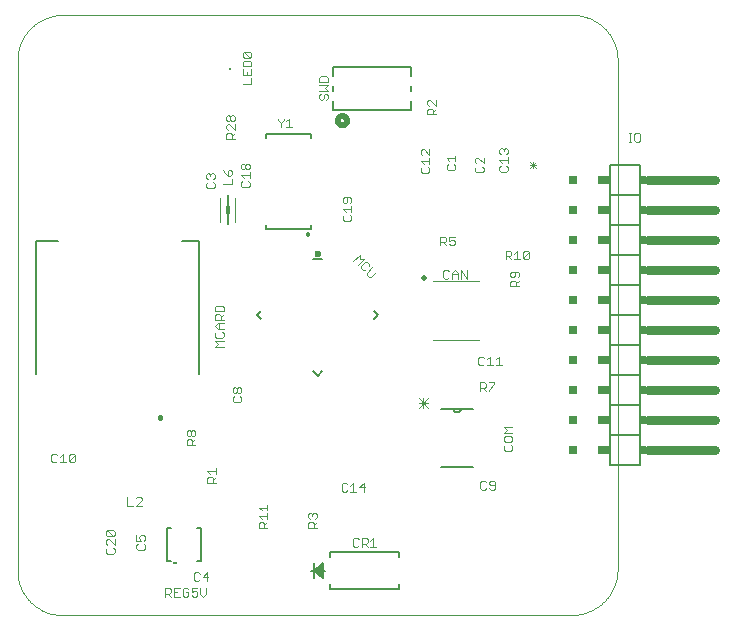
<source format=gto>
G75*
%MOIN*%
%OFA0B0*%
%FSLAX25Y25*%
%IPPOS*%
%LPD*%
%AMOC8*
5,1,8,0,0,1.08239X$1,22.5*
%
%ADD10C,0.00000*%
%ADD11C,0.00300*%
%ADD12C,0.00500*%
%ADD13C,0.00276*%
%ADD14R,0.01181X0.02756*%
%ADD15C,0.00800*%
%ADD16C,0.02362*%
%ADD17R,0.00984X0.00984*%
%ADD18C,0.00600*%
%ADD19C,0.02000*%
%ADD20C,0.00945*%
%ADD21C,0.01969*%
%ADD22C,0.00472*%
%ADD23C,0.03000*%
%ADD24R,0.02000X0.03000*%
%ADD25R,0.04000X0.03000*%
%ADD26R,0.03000X0.03000*%
%ADD27C,0.00200*%
%ADD28C,0.00984*%
D10*
X0015800Y0001300D02*
X0185800Y0001300D01*
X0186169Y0001298D01*
X0186537Y0001306D01*
X0186905Y0001322D01*
X0187273Y0001347D01*
X0187640Y0001381D01*
X0188006Y0001424D01*
X0188371Y0001476D01*
X0188735Y0001536D01*
X0189097Y0001605D01*
X0189457Y0001683D01*
X0189815Y0001770D01*
X0190171Y0001865D01*
X0190525Y0001969D01*
X0190876Y0002082D01*
X0191224Y0002202D01*
X0191569Y0002332D01*
X0191911Y0002469D01*
X0192250Y0002615D01*
X0192585Y0002769D01*
X0192916Y0002931D01*
X0193243Y0003101D01*
X0193566Y0003278D01*
X0193884Y0003464D01*
X0194198Y0003657D01*
X0194507Y0003858D01*
X0194811Y0004066D01*
X0195111Y0004281D01*
X0195404Y0004503D01*
X0195693Y0004733D01*
X0195975Y0004969D01*
X0196252Y0005213D01*
X0196523Y0005463D01*
X0196788Y0005719D01*
X0197047Y0005981D01*
X0197299Y0006250D01*
X0197545Y0006525D01*
X0197783Y0006806D01*
X0198015Y0007092D01*
X0198241Y0007384D01*
X0198458Y0007681D01*
X0198669Y0007984D01*
X0198872Y0008291D01*
X0199068Y0008603D01*
X0199256Y0008920D01*
X0199437Y0009242D01*
X0199610Y0009567D01*
X0199774Y0009897D01*
X0199931Y0010231D01*
X0200080Y0010568D01*
X0200220Y0010909D01*
X0200352Y0011253D01*
X0200476Y0011600D01*
X0200592Y0011950D01*
X0200699Y0012303D01*
X0200797Y0012658D01*
X0200887Y0013015D01*
X0200968Y0013375D01*
X0201040Y0013736D01*
X0201104Y0014099D01*
X0201159Y0014464D01*
X0201205Y0014829D01*
X0201242Y0015196D01*
X0201270Y0015564D01*
X0201289Y0015932D01*
X0201300Y0016300D01*
X0201300Y0186300D01*
X0201296Y0186662D01*
X0201282Y0187025D01*
X0201261Y0187387D01*
X0201230Y0187748D01*
X0201191Y0188108D01*
X0201143Y0188467D01*
X0201086Y0188825D01*
X0201021Y0189182D01*
X0200947Y0189537D01*
X0200864Y0189890D01*
X0200773Y0190241D01*
X0200674Y0190589D01*
X0200566Y0190935D01*
X0200450Y0191279D01*
X0200325Y0191619D01*
X0200193Y0191956D01*
X0200052Y0192290D01*
X0199903Y0192621D01*
X0199746Y0192948D01*
X0199582Y0193271D01*
X0199410Y0193590D01*
X0199230Y0193904D01*
X0199042Y0194215D01*
X0198847Y0194520D01*
X0198645Y0194821D01*
X0198435Y0195117D01*
X0198219Y0195407D01*
X0197995Y0195693D01*
X0197765Y0195973D01*
X0197528Y0196247D01*
X0197284Y0196515D01*
X0197034Y0196778D01*
X0196778Y0197034D01*
X0196515Y0197284D01*
X0196247Y0197528D01*
X0195973Y0197765D01*
X0195693Y0197995D01*
X0195407Y0198219D01*
X0195117Y0198435D01*
X0194821Y0198645D01*
X0194520Y0198847D01*
X0194215Y0199042D01*
X0193904Y0199230D01*
X0193590Y0199410D01*
X0193271Y0199582D01*
X0192948Y0199746D01*
X0192621Y0199903D01*
X0192290Y0200052D01*
X0191956Y0200193D01*
X0191619Y0200325D01*
X0191279Y0200450D01*
X0190935Y0200566D01*
X0190589Y0200674D01*
X0190241Y0200773D01*
X0189890Y0200864D01*
X0189537Y0200947D01*
X0189182Y0201021D01*
X0188825Y0201086D01*
X0188467Y0201143D01*
X0188108Y0201191D01*
X0187748Y0201230D01*
X0187387Y0201261D01*
X0187025Y0201282D01*
X0186662Y0201296D01*
X0186300Y0201300D01*
X0016300Y0201300D01*
X0015938Y0201296D01*
X0015575Y0201282D01*
X0015213Y0201261D01*
X0014852Y0201230D01*
X0014492Y0201191D01*
X0014133Y0201143D01*
X0013775Y0201086D01*
X0013418Y0201021D01*
X0013063Y0200947D01*
X0012710Y0200864D01*
X0012359Y0200773D01*
X0012011Y0200674D01*
X0011665Y0200566D01*
X0011321Y0200450D01*
X0010981Y0200325D01*
X0010644Y0200193D01*
X0010310Y0200052D01*
X0009979Y0199903D01*
X0009652Y0199746D01*
X0009329Y0199582D01*
X0009010Y0199410D01*
X0008696Y0199230D01*
X0008385Y0199042D01*
X0008080Y0198847D01*
X0007779Y0198645D01*
X0007483Y0198435D01*
X0007193Y0198219D01*
X0006907Y0197995D01*
X0006627Y0197765D01*
X0006353Y0197528D01*
X0006085Y0197284D01*
X0005822Y0197034D01*
X0005566Y0196778D01*
X0005316Y0196515D01*
X0005072Y0196247D01*
X0004835Y0195973D01*
X0004605Y0195693D01*
X0004381Y0195407D01*
X0004165Y0195117D01*
X0003955Y0194821D01*
X0003753Y0194520D01*
X0003558Y0194215D01*
X0003370Y0193904D01*
X0003190Y0193590D01*
X0003018Y0193271D01*
X0002854Y0192948D01*
X0002697Y0192621D01*
X0002548Y0192290D01*
X0002407Y0191956D01*
X0002275Y0191619D01*
X0002150Y0191279D01*
X0002034Y0190935D01*
X0001926Y0190589D01*
X0001827Y0190241D01*
X0001736Y0189890D01*
X0001653Y0189537D01*
X0001579Y0189182D01*
X0001514Y0188825D01*
X0001457Y0188467D01*
X0001409Y0188108D01*
X0001370Y0187748D01*
X0001339Y0187387D01*
X0001318Y0187025D01*
X0001304Y0186662D01*
X0001300Y0186300D01*
X0001300Y0016300D01*
X0001298Y0015944D01*
X0001305Y0015587D01*
X0001321Y0015231D01*
X0001345Y0014875D01*
X0001378Y0014520D01*
X0001419Y0014166D01*
X0001469Y0013813D01*
X0001527Y0013461D01*
X0001594Y0013111D01*
X0001669Y0012763D01*
X0001753Y0012416D01*
X0001845Y0012072D01*
X0001945Y0011730D01*
X0002053Y0011390D01*
X0002170Y0011053D01*
X0002295Y0010719D01*
X0002428Y0010389D01*
X0002568Y0010061D01*
X0002717Y0009737D01*
X0002873Y0009417D01*
X0003038Y0009100D01*
X0003209Y0008788D01*
X0003389Y0008480D01*
X0003575Y0008176D01*
X0003769Y0007877D01*
X0003970Y0007582D01*
X0004178Y0007293D01*
X0004393Y0007009D01*
X0004615Y0006730D01*
X0004844Y0006456D01*
X0005079Y0006188D01*
X0005320Y0005926D01*
X0005568Y0005670D01*
X0005822Y0005419D01*
X0006082Y0005175D01*
X0006348Y0004938D01*
X0006619Y0004706D01*
X0006896Y0004482D01*
X0007178Y0004264D01*
X0007465Y0004053D01*
X0007758Y0003849D01*
X0008055Y0003652D01*
X0008357Y0003463D01*
X0008663Y0003281D01*
X0008974Y0003106D01*
X0009289Y0002939D01*
X0009608Y0002779D01*
X0009930Y0002627D01*
X0010256Y0002483D01*
X0010586Y0002347D01*
X0010919Y0002219D01*
X0011254Y0002099D01*
X0011593Y0001987D01*
X0011934Y0001884D01*
X0012277Y0001789D01*
X0012623Y0001702D01*
X0012971Y0001623D01*
X0013320Y0001553D01*
X0013671Y0001491D01*
X0014024Y0001438D01*
X0014378Y0001393D01*
X0014732Y0001357D01*
X0015088Y0001329D01*
X0015444Y0001310D01*
X0015800Y0001300D01*
D11*
X0031231Y0021710D02*
X0033166Y0021710D01*
X0033650Y0022194D01*
X0033650Y0023162D01*
X0033166Y0023645D01*
X0033650Y0024657D02*
X0031715Y0026592D01*
X0031231Y0026592D01*
X0030748Y0026108D01*
X0030748Y0025141D01*
X0031231Y0024657D01*
X0031231Y0023645D02*
X0030748Y0023162D01*
X0030748Y0022194D01*
X0031231Y0021710D01*
X0033650Y0024657D02*
X0033650Y0026592D01*
X0033166Y0027603D02*
X0031231Y0029538D01*
X0033166Y0029538D01*
X0033650Y0029055D01*
X0033650Y0028087D01*
X0033166Y0027603D01*
X0031231Y0027603D01*
X0030748Y0028087D01*
X0030748Y0029055D01*
X0031231Y0029538D01*
X0040898Y0027938D02*
X0040898Y0026003D01*
X0042349Y0026003D01*
X0041865Y0026971D01*
X0041865Y0027455D01*
X0042349Y0027938D01*
X0043316Y0027938D01*
X0043800Y0027455D01*
X0043800Y0026487D01*
X0043316Y0026003D01*
X0043316Y0024992D02*
X0043800Y0024508D01*
X0043800Y0023541D01*
X0043316Y0023057D01*
X0041381Y0023057D01*
X0040898Y0023541D01*
X0040898Y0024508D01*
X0041381Y0024992D01*
X0040697Y0037750D02*
X0042631Y0039685D01*
X0042631Y0040169D01*
X0042148Y0040652D01*
X0041180Y0040652D01*
X0040697Y0040169D01*
X0040697Y0037750D02*
X0042631Y0037750D01*
X0039685Y0037750D02*
X0037750Y0037750D01*
X0037750Y0040652D01*
X0020438Y0052634D02*
X0019955Y0052150D01*
X0018987Y0052150D01*
X0018503Y0052634D01*
X0020438Y0054569D01*
X0020438Y0052634D01*
X0018503Y0052634D02*
X0018503Y0054569D01*
X0018987Y0055052D01*
X0019955Y0055052D01*
X0020438Y0054569D01*
X0017492Y0052150D02*
X0015557Y0052150D01*
X0016524Y0052150D02*
X0016524Y0055052D01*
X0015557Y0054085D01*
X0014545Y0054569D02*
X0014062Y0055052D01*
X0013094Y0055052D01*
X0012610Y0054569D01*
X0012610Y0052634D01*
X0013094Y0052150D01*
X0014062Y0052150D01*
X0014545Y0052634D01*
X0057648Y0057957D02*
X0057648Y0059408D01*
X0058131Y0059892D01*
X0059099Y0059892D01*
X0059583Y0059408D01*
X0059583Y0057957D01*
X0060550Y0057957D02*
X0057648Y0057957D01*
X0059583Y0058924D02*
X0060550Y0059892D01*
X0060066Y0060903D02*
X0059583Y0060903D01*
X0059099Y0061387D01*
X0059099Y0062355D01*
X0059583Y0062838D01*
X0060066Y0062838D01*
X0060550Y0062355D01*
X0060550Y0061387D01*
X0060066Y0060903D01*
X0059099Y0061387D02*
X0058615Y0060903D01*
X0058131Y0060903D01*
X0057648Y0061387D01*
X0057648Y0062355D01*
X0058131Y0062838D01*
X0058615Y0062838D01*
X0059099Y0062355D01*
X0072948Y0072734D02*
X0073431Y0072250D01*
X0075366Y0072250D01*
X0075850Y0072734D01*
X0075850Y0073701D01*
X0075366Y0074185D01*
X0075366Y0075197D02*
X0074883Y0075197D01*
X0074399Y0075680D01*
X0074399Y0076648D01*
X0074883Y0077131D01*
X0075366Y0077131D01*
X0075850Y0076648D01*
X0075850Y0075680D01*
X0075366Y0075197D01*
X0074399Y0075680D02*
X0073915Y0075197D01*
X0073431Y0075197D01*
X0072948Y0075680D01*
X0072948Y0076648D01*
X0073431Y0077131D01*
X0073915Y0077131D01*
X0074399Y0076648D01*
X0073431Y0074185D02*
X0072948Y0073701D01*
X0072948Y0072734D01*
X0069974Y0090733D02*
X0067071Y0090733D01*
X0068039Y0091701D01*
X0067071Y0092668D01*
X0069974Y0092668D01*
X0069490Y0093680D02*
X0067555Y0093680D01*
X0067071Y0094164D01*
X0067071Y0095131D01*
X0067555Y0095615D01*
X0068039Y0096626D02*
X0067071Y0097594D01*
X0068039Y0098561D01*
X0069974Y0098561D01*
X0069974Y0099573D02*
X0067071Y0099573D01*
X0067071Y0101024D01*
X0067555Y0101508D01*
X0068523Y0101508D01*
X0069006Y0101024D01*
X0069006Y0099573D01*
X0069006Y0100540D02*
X0069974Y0101508D01*
X0069974Y0102519D02*
X0069974Y0103971D01*
X0069490Y0104454D01*
X0067555Y0104454D01*
X0067071Y0103971D01*
X0067071Y0102519D01*
X0069974Y0102519D01*
X0068523Y0098561D02*
X0068523Y0096626D01*
X0068039Y0096626D02*
X0069974Y0096626D01*
X0069490Y0095615D02*
X0069974Y0095131D01*
X0069974Y0094164D01*
X0069490Y0093680D01*
X0113261Y0119256D02*
X0115314Y0121309D01*
X0115314Y0119941D01*
X0116682Y0119941D01*
X0114629Y0117888D01*
X0115687Y0117515D02*
X0115687Y0116831D01*
X0116371Y0116147D01*
X0117055Y0116147D01*
X0117770Y0115431D02*
X0117770Y0114747D01*
X0118454Y0114063D01*
X0119139Y0114063D01*
X0120849Y0115774D01*
X0119481Y0117142D02*
X0117770Y0115431D01*
X0118423Y0117515D02*
X0118423Y0118199D01*
X0117739Y0118883D01*
X0117055Y0118883D01*
X0115687Y0117515D01*
X0112066Y0132750D02*
X0110131Y0132750D01*
X0109648Y0133234D01*
X0109648Y0134201D01*
X0110131Y0134685D01*
X0110615Y0135697D02*
X0109648Y0136664D01*
X0112550Y0136664D01*
X0112550Y0135697D02*
X0112550Y0137631D01*
X0112066Y0138643D02*
X0112550Y0139127D01*
X0112550Y0140094D01*
X0112066Y0140578D01*
X0110131Y0140578D01*
X0109648Y0140094D01*
X0109648Y0139127D01*
X0110131Y0138643D01*
X0110615Y0138643D01*
X0111099Y0139127D01*
X0111099Y0140578D01*
X0112066Y0134685D02*
X0112550Y0134201D01*
X0112550Y0133234D01*
X0112066Y0132750D01*
X0135648Y0149234D02*
X0136131Y0148750D01*
X0138066Y0148750D01*
X0138550Y0149234D01*
X0138550Y0150201D01*
X0138066Y0150685D01*
X0138550Y0151697D02*
X0138550Y0153631D01*
X0138550Y0152664D02*
X0135648Y0152664D01*
X0136615Y0151697D01*
X0136131Y0150685D02*
X0135648Y0150201D01*
X0135648Y0149234D01*
X0136131Y0154643D02*
X0135648Y0155127D01*
X0135648Y0156094D01*
X0136131Y0156578D01*
X0136615Y0156578D01*
X0138550Y0154643D01*
X0138550Y0156578D01*
X0144298Y0153464D02*
X0147200Y0153464D01*
X0147200Y0152497D02*
X0147200Y0154431D01*
X0145265Y0152497D02*
X0144298Y0153464D01*
X0144781Y0151485D02*
X0144298Y0151001D01*
X0144298Y0150034D01*
X0144781Y0149550D01*
X0146716Y0149550D01*
X0147200Y0150034D01*
X0147200Y0151001D01*
X0146716Y0151485D01*
X0153748Y0152280D02*
X0154231Y0151797D01*
X0153748Y0152280D02*
X0153748Y0153248D01*
X0154231Y0153731D01*
X0154715Y0153731D01*
X0156650Y0151797D01*
X0156650Y0153731D01*
X0156166Y0150785D02*
X0156650Y0150301D01*
X0156650Y0149334D01*
X0156166Y0148850D01*
X0154231Y0148850D01*
X0153748Y0149334D01*
X0153748Y0150301D01*
X0154231Y0150785D01*
X0161848Y0150501D02*
X0161848Y0149534D01*
X0162331Y0149050D01*
X0164266Y0149050D01*
X0164750Y0149534D01*
X0164750Y0150501D01*
X0164266Y0150985D01*
X0164750Y0151997D02*
X0164750Y0153931D01*
X0164750Y0152964D02*
X0161848Y0152964D01*
X0162815Y0151997D01*
X0162331Y0150985D02*
X0161848Y0150501D01*
X0162331Y0154943D02*
X0161848Y0155427D01*
X0161848Y0156394D01*
X0162331Y0156878D01*
X0162815Y0156878D01*
X0163299Y0156394D01*
X0163783Y0156878D01*
X0164266Y0156878D01*
X0164750Y0156394D01*
X0164750Y0155427D01*
X0164266Y0154943D01*
X0163299Y0155911D02*
X0163299Y0156394D01*
X0172250Y0152169D02*
X0174185Y0150234D01*
X0174185Y0151201D02*
X0172250Y0151201D01*
X0172250Y0150234D02*
X0174185Y0152169D01*
X0173217Y0152169D02*
X0173217Y0150234D01*
X0147088Y0127402D02*
X0145153Y0127402D01*
X0145153Y0125951D01*
X0146121Y0126435D01*
X0146605Y0126435D01*
X0147088Y0125951D01*
X0147088Y0124984D01*
X0146605Y0124500D01*
X0145637Y0124500D01*
X0145153Y0124984D01*
X0144142Y0124500D02*
X0143174Y0125467D01*
X0143658Y0125467D02*
X0142207Y0125467D01*
X0142207Y0124500D02*
X0142207Y0127402D01*
X0143658Y0127402D01*
X0144142Y0126919D01*
X0144142Y0125951D01*
X0143658Y0125467D01*
X0143614Y0116301D02*
X0143130Y0115817D01*
X0143130Y0113882D01*
X0143614Y0113398D01*
X0144581Y0113398D01*
X0145065Y0113882D01*
X0146077Y0113398D02*
X0146077Y0115333D01*
X0147044Y0116301D01*
X0148012Y0115333D01*
X0148012Y0113398D01*
X0149023Y0113398D02*
X0149023Y0116301D01*
X0150958Y0113398D01*
X0150958Y0116301D01*
X0148012Y0114849D02*
X0146077Y0114849D01*
X0145065Y0115817D02*
X0144581Y0116301D01*
X0143614Y0116301D01*
X0163950Y0119850D02*
X0163950Y0122752D01*
X0165401Y0122752D01*
X0165885Y0122269D01*
X0165885Y0121301D01*
X0165401Y0120817D01*
X0163950Y0120817D01*
X0164917Y0120817D02*
X0165885Y0119850D01*
X0166897Y0119850D02*
X0168831Y0119850D01*
X0167864Y0119850D02*
X0167864Y0122752D01*
X0166897Y0121785D01*
X0169843Y0122269D02*
X0169843Y0120334D01*
X0171778Y0122269D01*
X0171778Y0120334D01*
X0171294Y0119850D01*
X0170327Y0119850D01*
X0169843Y0120334D01*
X0169843Y0122269D02*
X0170327Y0122752D01*
X0171294Y0122752D01*
X0171778Y0122269D01*
X0167966Y0115731D02*
X0166031Y0115731D01*
X0165548Y0115248D01*
X0165548Y0114280D01*
X0166031Y0113797D01*
X0166515Y0113797D01*
X0166999Y0114280D01*
X0166999Y0115731D01*
X0167966Y0115731D02*
X0168450Y0115248D01*
X0168450Y0114280D01*
X0167966Y0113797D01*
X0168450Y0112785D02*
X0167483Y0111817D01*
X0167483Y0112301D02*
X0167483Y0110850D01*
X0168450Y0110850D02*
X0165548Y0110850D01*
X0165548Y0112301D01*
X0166031Y0112785D01*
X0166999Y0112785D01*
X0167483Y0112301D01*
X0161711Y0087452D02*
X0161711Y0084550D01*
X0162678Y0084550D02*
X0160743Y0084550D01*
X0159731Y0084550D02*
X0157797Y0084550D01*
X0158764Y0084550D02*
X0158764Y0087452D01*
X0157797Y0086485D01*
X0156785Y0086969D02*
X0156301Y0087452D01*
X0155334Y0087452D01*
X0154850Y0086969D01*
X0154850Y0085034D01*
X0155334Y0084550D01*
X0156301Y0084550D01*
X0156785Y0085034D01*
X0160743Y0086485D02*
X0161711Y0087452D01*
X0160231Y0078852D02*
X0158297Y0078852D01*
X0157285Y0078369D02*
X0157285Y0077401D01*
X0156801Y0076917D01*
X0155350Y0076917D01*
X0155350Y0075950D02*
X0155350Y0078852D01*
X0156801Y0078852D01*
X0157285Y0078369D01*
X0156317Y0076917D02*
X0157285Y0075950D01*
X0158297Y0075950D02*
X0158297Y0076434D01*
X0160231Y0078369D01*
X0160231Y0078852D01*
X0163348Y0063878D02*
X0166250Y0063878D01*
X0166250Y0061943D02*
X0163348Y0061943D01*
X0164315Y0062911D01*
X0163348Y0063878D01*
X0163831Y0060931D02*
X0163348Y0060448D01*
X0163348Y0059480D01*
X0163831Y0058997D01*
X0165766Y0058997D01*
X0166250Y0059480D01*
X0166250Y0060448D01*
X0165766Y0060931D01*
X0163831Y0060931D01*
X0163831Y0057985D02*
X0163348Y0057501D01*
X0163348Y0056534D01*
X0163831Y0056050D01*
X0165766Y0056050D01*
X0166250Y0056534D01*
X0166250Y0057501D01*
X0165766Y0057985D01*
X0159948Y0045952D02*
X0158980Y0045952D01*
X0158497Y0045469D01*
X0158497Y0044985D01*
X0158980Y0044501D01*
X0160431Y0044501D01*
X0160431Y0043534D02*
X0160431Y0045469D01*
X0159948Y0045952D01*
X0160431Y0043534D02*
X0159948Y0043050D01*
X0158980Y0043050D01*
X0158497Y0043534D01*
X0157485Y0043534D02*
X0157001Y0043050D01*
X0156034Y0043050D01*
X0155550Y0043534D01*
X0155550Y0045469D01*
X0156034Y0045952D01*
X0157001Y0045952D01*
X0157485Y0045469D01*
X0138086Y0070434D02*
X0134950Y0073570D01*
X0136518Y0073570D02*
X0136518Y0070434D01*
X0134950Y0070434D02*
X0138086Y0073570D01*
X0138086Y0072002D02*
X0134950Y0072002D01*
X0116655Y0045352D02*
X0115203Y0043901D01*
X0117138Y0043901D01*
X0116655Y0042450D02*
X0116655Y0045352D01*
X0113224Y0045352D02*
X0113224Y0042450D01*
X0112257Y0042450D02*
X0114192Y0042450D01*
X0112257Y0044385D02*
X0113224Y0045352D01*
X0111245Y0044869D02*
X0110762Y0045352D01*
X0109794Y0045352D01*
X0109310Y0044869D01*
X0109310Y0042934D01*
X0109794Y0042450D01*
X0110762Y0042450D01*
X0111245Y0042934D01*
X0101050Y0034855D02*
X0101050Y0033887D01*
X0100566Y0033403D01*
X0101050Y0032392D02*
X0100083Y0031424D01*
X0100083Y0031908D02*
X0100083Y0030457D01*
X0101050Y0030457D02*
X0098148Y0030457D01*
X0098148Y0031908D01*
X0098631Y0032392D01*
X0099599Y0032392D01*
X0100083Y0031908D01*
X0098631Y0033403D02*
X0098148Y0033887D01*
X0098148Y0034855D01*
X0098631Y0035338D01*
X0099115Y0035338D01*
X0099599Y0034855D01*
X0100083Y0035338D01*
X0100566Y0035338D01*
X0101050Y0034855D01*
X0099599Y0034855D02*
X0099599Y0034371D01*
X0084550Y0034164D02*
X0081648Y0034164D01*
X0082615Y0033197D01*
X0082131Y0032185D02*
X0083099Y0032185D01*
X0083583Y0031701D01*
X0083583Y0030250D01*
X0084550Y0030250D02*
X0081648Y0030250D01*
X0081648Y0031701D01*
X0082131Y0032185D01*
X0083583Y0031217D02*
X0084550Y0032185D01*
X0084550Y0033197D02*
X0084550Y0035131D01*
X0084550Y0036143D02*
X0084550Y0038078D01*
X0084550Y0037111D02*
X0081648Y0037111D01*
X0082615Y0036143D01*
X0067450Y0045450D02*
X0064548Y0045450D01*
X0064548Y0046901D01*
X0065031Y0047385D01*
X0065999Y0047385D01*
X0066483Y0046901D01*
X0066483Y0045450D01*
X0066483Y0046417D02*
X0067450Y0047385D01*
X0067450Y0048397D02*
X0067450Y0050331D01*
X0067450Y0049364D02*
X0064548Y0049364D01*
X0065515Y0048397D01*
X0064455Y0015552D02*
X0063003Y0014101D01*
X0064938Y0014101D01*
X0064455Y0012650D02*
X0064455Y0015552D01*
X0061992Y0015069D02*
X0061508Y0015552D01*
X0060541Y0015552D01*
X0060057Y0015069D01*
X0060057Y0013134D01*
X0060541Y0012650D01*
X0061508Y0012650D01*
X0061992Y0013134D01*
X0062236Y0010302D02*
X0062236Y0008367D01*
X0063204Y0007400D01*
X0064171Y0008367D01*
X0064171Y0010302D01*
X0061225Y0010302D02*
X0059290Y0010302D01*
X0059290Y0008851D01*
X0060257Y0009335D01*
X0060741Y0009335D01*
X0061225Y0008851D01*
X0061225Y0007884D01*
X0060741Y0007400D01*
X0059773Y0007400D01*
X0059290Y0007884D01*
X0058278Y0007884D02*
X0058278Y0008851D01*
X0057311Y0008851D01*
X0058278Y0007884D02*
X0057794Y0007400D01*
X0056827Y0007400D01*
X0056343Y0007884D01*
X0056343Y0009819D01*
X0056827Y0010302D01*
X0057794Y0010302D01*
X0058278Y0009819D01*
X0055331Y0010302D02*
X0053397Y0010302D01*
X0053397Y0007400D01*
X0055331Y0007400D01*
X0054364Y0008851D02*
X0053397Y0008851D01*
X0052385Y0008851D02*
X0051901Y0008367D01*
X0050450Y0008367D01*
X0050450Y0007400D02*
X0050450Y0010302D01*
X0051901Y0010302D01*
X0052385Y0009819D01*
X0052385Y0008851D01*
X0051417Y0008367D02*
X0052385Y0007400D01*
X0064631Y0143607D02*
X0066566Y0143607D01*
X0067050Y0144091D01*
X0067050Y0145058D01*
X0066566Y0145542D01*
X0066566Y0146553D02*
X0067050Y0147037D01*
X0067050Y0148005D01*
X0066566Y0148488D01*
X0066083Y0148488D01*
X0065599Y0148005D01*
X0065599Y0147521D01*
X0065599Y0148005D02*
X0065115Y0148488D01*
X0064631Y0148488D01*
X0064148Y0148005D01*
X0064148Y0147037D01*
X0064631Y0146553D01*
X0064631Y0145542D02*
X0064148Y0145058D01*
X0064148Y0144091D01*
X0064631Y0143607D01*
X0069848Y0144807D02*
X0072750Y0144807D01*
X0072750Y0146742D01*
X0072266Y0147753D02*
X0072750Y0148237D01*
X0072750Y0149205D01*
X0072266Y0149688D01*
X0071783Y0149688D01*
X0071299Y0149205D01*
X0071299Y0147753D01*
X0072266Y0147753D01*
X0071299Y0147753D02*
X0070331Y0148721D01*
X0069848Y0149688D01*
X0075748Y0150327D02*
X0076231Y0149843D01*
X0076715Y0149843D01*
X0077199Y0150327D01*
X0077199Y0151294D01*
X0077683Y0151778D01*
X0078166Y0151778D01*
X0078650Y0151294D01*
X0078650Y0150327D01*
X0078166Y0149843D01*
X0077683Y0149843D01*
X0077199Y0150327D01*
X0077199Y0151294D02*
X0076715Y0151778D01*
X0076231Y0151778D01*
X0075748Y0151294D01*
X0075748Y0150327D01*
X0078650Y0148831D02*
X0078650Y0146897D01*
X0078650Y0147864D02*
X0075748Y0147864D01*
X0076715Y0146897D01*
X0076231Y0145885D02*
X0075748Y0145401D01*
X0075748Y0144434D01*
X0076231Y0143950D01*
X0078166Y0143950D01*
X0078650Y0144434D01*
X0078650Y0145401D01*
X0078166Y0145885D01*
X0073700Y0160050D02*
X0070798Y0160050D01*
X0070798Y0161501D01*
X0071281Y0161985D01*
X0072249Y0161985D01*
X0072733Y0161501D01*
X0072733Y0160050D01*
X0072733Y0161017D02*
X0073700Y0161985D01*
X0073700Y0162997D02*
X0071765Y0164931D01*
X0071281Y0164931D01*
X0070798Y0164448D01*
X0070798Y0163480D01*
X0071281Y0162997D01*
X0073700Y0162997D02*
X0073700Y0164931D01*
X0073216Y0165943D02*
X0073700Y0166427D01*
X0073700Y0167394D01*
X0073216Y0167878D01*
X0072733Y0167878D01*
X0072249Y0167394D01*
X0072249Y0166427D01*
X0071765Y0165943D01*
X0071281Y0165943D01*
X0070798Y0166427D01*
X0070798Y0167394D01*
X0071281Y0167878D01*
X0071765Y0167878D01*
X0072249Y0167394D01*
X0072249Y0166427D02*
X0072733Y0165943D01*
X0073216Y0165943D01*
X0076298Y0178264D02*
X0079200Y0178264D01*
X0079200Y0180199D01*
X0079200Y0181210D02*
X0076298Y0181210D01*
X0076298Y0183145D01*
X0076298Y0184157D02*
X0076298Y0185608D01*
X0076781Y0186092D01*
X0078716Y0186092D01*
X0079200Y0185608D01*
X0079200Y0184157D01*
X0076298Y0184157D01*
X0077749Y0182178D02*
X0077749Y0181210D01*
X0079200Y0181210D02*
X0079200Y0183145D01*
X0078716Y0187103D02*
X0076781Y0187103D01*
X0076298Y0187587D01*
X0076298Y0188555D01*
X0076781Y0189038D01*
X0078716Y0187103D01*
X0079200Y0187587D01*
X0079200Y0188555D01*
X0078716Y0189038D01*
X0076781Y0189038D01*
X0101848Y0180394D02*
X0101848Y0178943D01*
X0104750Y0178943D01*
X0104750Y0180394D01*
X0104266Y0180878D01*
X0102331Y0180878D01*
X0101848Y0180394D01*
X0101848Y0177931D02*
X0104750Y0177931D01*
X0103783Y0176964D01*
X0104750Y0175997D01*
X0101848Y0175997D01*
X0102331Y0174985D02*
X0101848Y0174501D01*
X0101848Y0173534D01*
X0102331Y0173050D01*
X0102815Y0173050D01*
X0103299Y0173534D01*
X0103299Y0174501D01*
X0103783Y0174985D01*
X0104266Y0174985D01*
X0104750Y0174501D01*
X0104750Y0173534D01*
X0104266Y0173050D01*
X0137848Y0172548D02*
X0137848Y0171580D01*
X0138331Y0171097D01*
X0138331Y0170085D02*
X0139299Y0170085D01*
X0139783Y0169601D01*
X0139783Y0168150D01*
X0140750Y0168150D02*
X0137848Y0168150D01*
X0137848Y0169601D01*
X0138331Y0170085D01*
X0139783Y0169117D02*
X0140750Y0170085D01*
X0140750Y0171097D02*
X0138815Y0173031D01*
X0138331Y0173031D01*
X0137848Y0172548D01*
X0140750Y0173031D02*
X0140750Y0171097D01*
X0204950Y0161952D02*
X0205917Y0161952D01*
X0205434Y0161952D02*
X0205434Y0159050D01*
X0205917Y0159050D02*
X0204950Y0159050D01*
X0206914Y0159534D02*
X0206914Y0161469D01*
X0207398Y0161952D01*
X0208366Y0161952D01*
X0208849Y0161469D01*
X0208849Y0159534D01*
X0208366Y0159050D01*
X0207398Y0159050D01*
X0206914Y0159534D01*
D12*
X0099080Y0160186D02*
X0099080Y0161469D01*
X0099041Y0161469D01*
X0099080Y0161548D02*
X0084120Y0161548D01*
X0084120Y0161430D02*
X0084120Y0160186D01*
X0071350Y0141368D02*
X0071350Y0131526D01*
X0061753Y0126056D02*
X0056241Y0126056D01*
X0061753Y0126056D02*
X0061753Y0081765D01*
X0014800Y0126056D02*
X0007422Y0126056D01*
X0007422Y0081765D01*
X0084120Y0130052D02*
X0099080Y0130052D01*
X0099080Y0130091D02*
X0099080Y0131414D01*
X0084120Y0131414D02*
X0084120Y0130091D01*
D13*
X0073811Y0132313D02*
X0073811Y0140187D01*
X0068889Y0140187D02*
X0068889Y0132313D01*
D14*
X0071350Y0136250D03*
D15*
X0099908Y0120102D02*
X0102692Y0120102D01*
X0120102Y0102692D02*
X0121494Y0101300D01*
X0120102Y0099908D01*
X0102692Y0082498D02*
X0101300Y0081106D01*
X0099908Y0082498D01*
X0082498Y0099908D02*
X0081106Y0101300D01*
X0082498Y0102692D01*
D16*
X0101300Y0121750D03*
D17*
X0072250Y0183308D03*
D18*
X0106600Y0184100D02*
X0106600Y0181100D01*
X0106600Y0184100D02*
X0132600Y0184100D01*
X0132600Y0181100D01*
X0132600Y0177500D02*
X0132600Y0176100D01*
X0132600Y0172500D02*
X0132600Y0169600D01*
X0106600Y0169600D01*
X0106600Y0172500D01*
X0106600Y0176100D02*
X0106600Y0177500D01*
X0198800Y0151300D02*
X0198800Y0141300D01*
X0198800Y0131300D01*
X0198800Y0121300D01*
X0198800Y0111300D01*
X0198800Y0101300D01*
X0198800Y0091300D01*
X0198800Y0081300D01*
X0198800Y0071300D01*
X0198800Y0061300D01*
X0198800Y0051300D01*
X0208800Y0051300D01*
X0208800Y0061300D01*
X0208800Y0071300D01*
X0208800Y0081300D01*
X0208800Y0091300D01*
X0208800Y0101300D01*
X0208800Y0111300D01*
X0208800Y0121300D01*
X0208800Y0131300D01*
X0208800Y0141300D01*
X0208800Y0151300D01*
X0198800Y0151300D01*
X0198800Y0141300D02*
X0208800Y0141300D01*
X0208800Y0131300D02*
X0198800Y0131300D01*
X0198800Y0121300D02*
X0208800Y0121300D01*
X0208800Y0111300D02*
X0198800Y0111300D01*
X0198800Y0101300D02*
X0208800Y0101300D01*
X0208800Y0091300D02*
X0198800Y0091300D01*
X0198800Y0081300D02*
X0208800Y0081300D01*
X0208800Y0071300D02*
X0198800Y0071300D01*
X0198800Y0061300D02*
X0208800Y0061300D01*
X0153200Y0070100D02*
X0146600Y0070100D01*
X0142400Y0070100D01*
X0146600Y0070100D02*
X0146605Y0070032D01*
X0146614Y0069964D01*
X0146626Y0069896D01*
X0146643Y0069830D01*
X0146663Y0069764D01*
X0146687Y0069700D01*
X0146714Y0069637D01*
X0146745Y0069576D01*
X0146780Y0069516D01*
X0146818Y0069459D01*
X0146859Y0069404D01*
X0146903Y0069352D01*
X0146950Y0069302D01*
X0147000Y0069255D01*
X0147052Y0069210D01*
X0147107Y0069169D01*
X0147164Y0069131D01*
X0147223Y0069097D01*
X0147284Y0069065D01*
X0147347Y0069038D01*
X0147411Y0069014D01*
X0147477Y0068993D01*
X0147543Y0068977D01*
X0147611Y0068964D01*
X0147679Y0068955D01*
X0147747Y0068950D01*
X0147816Y0068949D01*
X0147884Y0068952D01*
X0147953Y0068959D01*
X0148020Y0068969D01*
X0148087Y0068984D01*
X0148153Y0069002D01*
X0148218Y0069024D01*
X0148282Y0069050D01*
X0148344Y0069079D01*
X0148404Y0069112D01*
X0148462Y0069148D01*
X0148519Y0069188D01*
X0148572Y0069230D01*
X0148624Y0069276D01*
X0148672Y0069324D01*
X0148718Y0069375D01*
X0148761Y0069429D01*
X0148800Y0069485D01*
X0148837Y0069543D01*
X0148869Y0069603D01*
X0148899Y0069665D01*
X0148925Y0069729D01*
X0148947Y0069794D01*
X0148965Y0069860D01*
X0148980Y0069927D01*
X0148991Y0069995D01*
X0148998Y0070063D01*
X0149001Y0070131D01*
X0149000Y0070200D01*
X0153200Y0050500D02*
X0142400Y0050500D01*
X0128500Y0022300D02*
X0128500Y0020600D01*
X0128500Y0022300D02*
X0105500Y0022300D01*
X0105500Y0020600D01*
X0103000Y0018600D02*
X0103000Y0013600D01*
X0100000Y0016100D01*
X0103000Y0015600D01*
X0103000Y0015100D02*
X0100000Y0016100D01*
X0103000Y0014600D01*
X0103000Y0014100D02*
X0100000Y0016100D01*
X0103000Y0016600D01*
X0103000Y0017100D02*
X0100000Y0016100D01*
X0103000Y0017600D01*
X0103000Y0018100D02*
X0100000Y0016100D01*
X0103000Y0018600D01*
X0100000Y0018600D02*
X0100000Y0016100D01*
X0100000Y0013600D01*
X0100000Y0016100D02*
X0099000Y0016100D01*
X0100000Y0016100D02*
X0103700Y0016100D01*
X0105500Y0011600D02*
X0105500Y0009900D01*
X0128500Y0009900D01*
X0128500Y0011600D01*
X0062300Y0019250D02*
X0061100Y0019250D01*
X0062300Y0019250D02*
X0062300Y0030450D01*
X0061100Y0030450D01*
X0052300Y0030450D02*
X0051100Y0030450D01*
X0051100Y0019250D01*
X0052300Y0019250D01*
X0053500Y0018850D02*
X0053494Y0018820D01*
X0053492Y0018789D01*
X0053494Y0018757D01*
X0053499Y0018727D01*
X0053509Y0018697D01*
X0053521Y0018668D01*
X0053537Y0018642D01*
X0053557Y0018617D01*
X0053579Y0018595D01*
X0053603Y0018576D01*
X0053630Y0018560D01*
X0053658Y0018547D01*
X0053688Y0018538D01*
X0053719Y0018532D01*
X0053750Y0018530D01*
X0053781Y0018532D01*
X0053812Y0018538D01*
X0053842Y0018547D01*
X0053870Y0018560D01*
X0053897Y0018576D01*
X0053921Y0018595D01*
X0053943Y0018617D01*
X0053963Y0018642D01*
X0053979Y0018668D01*
X0053991Y0018697D01*
X0054001Y0018727D01*
X0054006Y0018757D01*
X0054008Y0018789D01*
X0054006Y0018820D01*
X0054000Y0018850D01*
D19*
X0108100Y0166100D02*
X0108102Y0166176D01*
X0108108Y0166252D01*
X0108117Y0166327D01*
X0108131Y0166402D01*
X0108148Y0166476D01*
X0108169Y0166549D01*
X0108193Y0166621D01*
X0108222Y0166692D01*
X0108253Y0166761D01*
X0108288Y0166828D01*
X0108327Y0166893D01*
X0108369Y0166957D01*
X0108414Y0167018D01*
X0108462Y0167077D01*
X0108513Y0167133D01*
X0108567Y0167187D01*
X0108623Y0167238D01*
X0108682Y0167286D01*
X0108743Y0167331D01*
X0108807Y0167373D01*
X0108872Y0167412D01*
X0108939Y0167447D01*
X0109008Y0167478D01*
X0109079Y0167507D01*
X0109151Y0167531D01*
X0109224Y0167552D01*
X0109298Y0167569D01*
X0109373Y0167583D01*
X0109448Y0167592D01*
X0109524Y0167598D01*
X0109600Y0167600D01*
X0109676Y0167598D01*
X0109752Y0167592D01*
X0109827Y0167583D01*
X0109902Y0167569D01*
X0109976Y0167552D01*
X0110049Y0167531D01*
X0110121Y0167507D01*
X0110192Y0167478D01*
X0110261Y0167447D01*
X0110328Y0167412D01*
X0110393Y0167373D01*
X0110457Y0167331D01*
X0110518Y0167286D01*
X0110577Y0167238D01*
X0110633Y0167187D01*
X0110687Y0167133D01*
X0110738Y0167077D01*
X0110786Y0167018D01*
X0110831Y0166957D01*
X0110873Y0166893D01*
X0110912Y0166828D01*
X0110947Y0166761D01*
X0110978Y0166692D01*
X0111007Y0166621D01*
X0111031Y0166549D01*
X0111052Y0166476D01*
X0111069Y0166402D01*
X0111083Y0166327D01*
X0111092Y0166252D01*
X0111098Y0166176D01*
X0111100Y0166100D01*
X0111098Y0166024D01*
X0111092Y0165948D01*
X0111083Y0165873D01*
X0111069Y0165798D01*
X0111052Y0165724D01*
X0111031Y0165651D01*
X0111007Y0165579D01*
X0110978Y0165508D01*
X0110947Y0165439D01*
X0110912Y0165372D01*
X0110873Y0165307D01*
X0110831Y0165243D01*
X0110786Y0165182D01*
X0110738Y0165123D01*
X0110687Y0165067D01*
X0110633Y0165013D01*
X0110577Y0164962D01*
X0110518Y0164914D01*
X0110457Y0164869D01*
X0110393Y0164827D01*
X0110328Y0164788D01*
X0110261Y0164753D01*
X0110192Y0164722D01*
X0110121Y0164693D01*
X0110049Y0164669D01*
X0109976Y0164648D01*
X0109902Y0164631D01*
X0109827Y0164617D01*
X0109752Y0164608D01*
X0109676Y0164602D01*
X0109600Y0164600D01*
X0109524Y0164602D01*
X0109448Y0164608D01*
X0109373Y0164617D01*
X0109298Y0164631D01*
X0109224Y0164648D01*
X0109151Y0164669D01*
X0109079Y0164693D01*
X0109008Y0164722D01*
X0108939Y0164753D01*
X0108872Y0164788D01*
X0108807Y0164827D01*
X0108743Y0164869D01*
X0108682Y0164914D01*
X0108623Y0164962D01*
X0108567Y0165013D01*
X0108513Y0165067D01*
X0108462Y0165123D01*
X0108414Y0165182D01*
X0108369Y0165243D01*
X0108327Y0165307D01*
X0108288Y0165372D01*
X0108253Y0165439D01*
X0108222Y0165508D01*
X0108193Y0165579D01*
X0108169Y0165651D01*
X0108148Y0165724D01*
X0108131Y0165798D01*
X0108117Y0165873D01*
X0108108Y0165948D01*
X0108102Y0166024D01*
X0108100Y0166100D01*
D20*
X0048289Y0067198D02*
X0048291Y0067241D01*
X0048297Y0067283D01*
X0048307Y0067325D01*
X0048320Y0067366D01*
X0048337Y0067406D01*
X0048358Y0067443D01*
X0048382Y0067479D01*
X0048409Y0067512D01*
X0048439Y0067543D01*
X0048472Y0067571D01*
X0048507Y0067596D01*
X0048544Y0067617D01*
X0048583Y0067635D01*
X0048623Y0067649D01*
X0048665Y0067660D01*
X0048707Y0067667D01*
X0048750Y0067670D01*
X0048793Y0067669D01*
X0048836Y0067664D01*
X0048878Y0067655D01*
X0048919Y0067643D01*
X0048959Y0067627D01*
X0048997Y0067607D01*
X0049033Y0067584D01*
X0049067Y0067557D01*
X0049099Y0067528D01*
X0049127Y0067496D01*
X0049153Y0067461D01*
X0049175Y0067425D01*
X0049194Y0067386D01*
X0049209Y0067346D01*
X0049221Y0067305D01*
X0049229Y0067262D01*
X0049233Y0067219D01*
X0049233Y0067177D01*
X0049229Y0067134D01*
X0049221Y0067091D01*
X0049209Y0067050D01*
X0049194Y0067010D01*
X0049175Y0066971D01*
X0049153Y0066935D01*
X0049127Y0066900D01*
X0049099Y0066868D01*
X0049067Y0066839D01*
X0049033Y0066812D01*
X0048997Y0066789D01*
X0048959Y0066769D01*
X0048919Y0066753D01*
X0048878Y0066741D01*
X0048836Y0066732D01*
X0048793Y0066727D01*
X0048750Y0066726D01*
X0048707Y0066729D01*
X0048665Y0066736D01*
X0048623Y0066747D01*
X0048583Y0066761D01*
X0048544Y0066779D01*
X0048507Y0066800D01*
X0048472Y0066825D01*
X0048439Y0066853D01*
X0048409Y0066884D01*
X0048382Y0066917D01*
X0048358Y0066953D01*
X0048337Y0066990D01*
X0048320Y0067030D01*
X0048307Y0067071D01*
X0048297Y0067113D01*
X0048291Y0067155D01*
X0048289Y0067198D01*
D21*
X0136757Y0113464D03*
D22*
X0139623Y0112716D02*
X0154977Y0112716D01*
X0154977Y0092884D02*
X0139623Y0092884D01*
D23*
X0211300Y0096300D02*
X0233800Y0096300D01*
X0233800Y0086300D02*
X0211300Y0086300D01*
X0211300Y0076300D02*
X0233800Y0076300D01*
X0233800Y0066300D02*
X0211300Y0066300D01*
X0211300Y0056300D02*
X0233800Y0056300D01*
X0233800Y0106300D02*
X0211300Y0106300D01*
X0211300Y0116300D02*
X0233800Y0116300D01*
X0233800Y0126300D02*
X0211300Y0126300D01*
X0211300Y0136300D02*
X0233800Y0136300D01*
X0233800Y0146300D02*
X0211300Y0146300D01*
D24*
X0209800Y0146300D03*
X0209800Y0136300D03*
X0209800Y0126300D03*
X0209800Y0116300D03*
X0209800Y0106300D03*
X0209800Y0096300D03*
X0209800Y0086300D03*
X0209800Y0076300D03*
X0209800Y0066300D03*
X0209800Y0056300D03*
D25*
X0196800Y0056300D03*
X0196800Y0066300D03*
X0196800Y0076300D03*
X0196800Y0086300D03*
X0196800Y0096300D03*
X0196800Y0106300D03*
X0196800Y0116300D03*
X0196800Y0126300D03*
X0196800Y0136300D03*
X0196800Y0146300D03*
D26*
X0186300Y0146300D03*
X0186300Y0136300D03*
X0186300Y0126300D03*
X0186300Y0116300D03*
X0186300Y0106300D03*
X0186300Y0096300D03*
X0186300Y0086300D03*
X0186300Y0076300D03*
X0186300Y0066300D03*
X0186300Y0056300D03*
D27*
X0120895Y0024000D02*
X0118893Y0024000D01*
X0117948Y0024000D02*
X0116947Y0025001D01*
X0117448Y0025001D02*
X0115947Y0025001D01*
X0115947Y0024000D02*
X0115947Y0027003D01*
X0117448Y0027003D01*
X0117948Y0026502D01*
X0117948Y0025501D01*
X0117448Y0025001D01*
X0118893Y0026002D02*
X0119894Y0027003D01*
X0119894Y0024000D01*
X0115002Y0024500D02*
X0114501Y0024000D01*
X0113500Y0024000D01*
X0113000Y0024500D01*
X0113000Y0026502D01*
X0113500Y0027003D01*
X0114501Y0027003D01*
X0115002Y0026502D01*
X0092751Y0164027D02*
X0090910Y0164027D01*
X0091830Y0164027D02*
X0091830Y0166789D01*
X0090910Y0165868D01*
X0090026Y0166329D02*
X0090026Y0166789D01*
X0090026Y0166329D02*
X0089106Y0165408D01*
X0089106Y0164027D01*
X0089106Y0165408D02*
X0088185Y0166329D01*
X0088185Y0166789D01*
D28*
X0097686Y0128280D02*
X0097688Y0128307D01*
X0097694Y0128334D01*
X0097703Y0128360D01*
X0097716Y0128384D01*
X0097732Y0128407D01*
X0097751Y0128426D01*
X0097773Y0128443D01*
X0097797Y0128457D01*
X0097822Y0128467D01*
X0097849Y0128474D01*
X0097876Y0128477D01*
X0097904Y0128476D01*
X0097931Y0128471D01*
X0097957Y0128463D01*
X0097981Y0128451D01*
X0098004Y0128435D01*
X0098025Y0128417D01*
X0098042Y0128396D01*
X0098057Y0128372D01*
X0098068Y0128347D01*
X0098076Y0128321D01*
X0098080Y0128294D01*
X0098080Y0128266D01*
X0098076Y0128239D01*
X0098068Y0128213D01*
X0098057Y0128188D01*
X0098042Y0128164D01*
X0098025Y0128143D01*
X0098004Y0128125D01*
X0097982Y0128109D01*
X0097957Y0128097D01*
X0097931Y0128089D01*
X0097904Y0128084D01*
X0097876Y0128083D01*
X0097849Y0128086D01*
X0097822Y0128093D01*
X0097797Y0128103D01*
X0097773Y0128117D01*
X0097751Y0128134D01*
X0097732Y0128153D01*
X0097716Y0128176D01*
X0097703Y0128200D01*
X0097694Y0128226D01*
X0097688Y0128253D01*
X0097686Y0128280D01*
M02*

</source>
